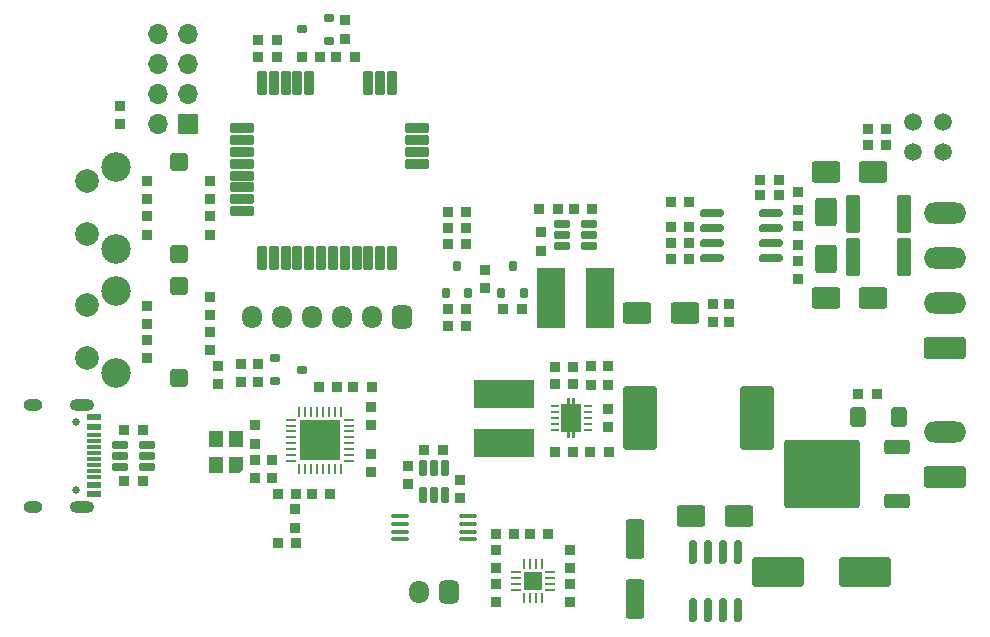
<source format=gts>
G04 #@! TF.GenerationSoftware,KiCad,Pcbnew,8.0.2-8.0.2-0~ubuntu23.10.1*
G04 #@! TF.CreationDate,2024-05-02T10:41:37+07:00*
G04 #@! TF.ProjectId,Node_RS485,4e6f6465-5f52-4533-9438-352e6b696361,rev?*
G04 #@! TF.SameCoordinates,Original*
G04 #@! TF.FileFunction,Soldermask,Top*
G04 #@! TF.FilePolarity,Negative*
%FSLAX46Y46*%
G04 Gerber Fmt 4.6, Leading zero omitted, Abs format (unit mm)*
G04 Created by KiCad (PCBNEW 8.0.2-8.0.2-0~ubuntu23.10.1) date 2024-05-02 10:41:37*
%MOMM*%
%LPD*%
G01*
G04 APERTURE LIST*
G04 Aperture macros list*
%AMRoundRect*
0 Rectangle with rounded corners*
0 $1 Rounding radius*
0 $2 $3 $4 $5 $6 $7 $8 $9 X,Y pos of 4 corners*
0 Add a 4 corners polygon primitive as box body*
4,1,4,$2,$3,$4,$5,$6,$7,$8,$9,$2,$3,0*
0 Add four circle primitives for the rounded corners*
1,1,$1+$1,$2,$3*
1,1,$1+$1,$4,$5*
1,1,$1+$1,$6,$7*
1,1,$1+$1,$8,$9*
0 Add four rect primitives between the rounded corners*
20,1,$1+$1,$2,$3,$4,$5,0*
20,1,$1+$1,$4,$5,$6,$7,0*
20,1,$1+$1,$6,$7,$8,$9,0*
20,1,$1+$1,$8,$9,$2,$3,0*%
%AMFreePoly0*
4,1,18,-0.700000,0.540000,-0.695433,0.562961,-0.682426,0.582426,-0.662961,0.595433,-0.640000,0.600000,0.640000,0.600000,0.662961,0.595433,0.682426,0.582426,0.695433,0.562961,0.700000,0.540000,0.700000,-0.540000,0.695433,-0.562961,0.682426,-0.582426,0.662961,-0.595433,0.640000,-0.600000,-0.400000,-0.600000,-0.700000,-0.300000,-0.700000,0.540000,-0.700000,0.540000,$1*%
%AMFreePoly1*
4,1,21,-0.125000,1.200000,0.125000,1.200000,0.125000,1.700000,0.375000,1.700000,0.375000,1.200000,0.825000,1.200000,0.825000,-1.200000,0.375000,-1.200000,0.375000,-1.700000,0.125000,-1.700000,0.125000,-1.200000,-0.125000,-1.200000,-0.125000,-1.700000,-0.375000,-1.700000,-0.375000,-1.200000,-0.825000,-1.200000,-0.825000,1.200000,-0.375000,1.200000,-0.375000,1.700000,-0.125000,1.700000,
-0.125000,1.200000,-0.125000,1.200000,$1*%
G04 Aperture macros list end*
%ADD10RoundRect,0.085000X0.365000X-0.340000X0.365000X0.340000X-0.365000X0.340000X-0.365000X-0.340000X0*%
%ADD11RoundRect,0.085000X-0.365000X0.340000X-0.365000X-0.340000X0.365000X-0.340000X0.365000X0.340000X0*%
%ADD12RoundRect,0.180000X-1.020000X-0.720000X1.020000X-0.720000X1.020000X0.720000X-1.020000X0.720000X0*%
%ADD13RoundRect,0.100000X0.637500X0.100000X-0.637500X0.100000X-0.637500X-0.100000X0.637500X-0.100000X0*%
%ADD14RoundRect,0.085000X0.340000X0.365000X-0.340000X0.365000X-0.340000X-0.365000X0.340000X-0.365000X0*%
%ADD15RoundRect,0.085000X-0.340000X-0.365000X0.340000X-0.365000X0.340000X0.365000X-0.340000X0.365000X0*%
%ADD16RoundRect,0.150000X-0.600000X0.600000X-0.600000X-0.600000X0.600000X-0.600000X0.600000X0.600000X0*%
%ADD17RoundRect,0.112000X-0.448000X-1.538000X0.448000X-1.538000X0.448000X1.538000X-0.448000X1.538000X0*%
%ADD18RoundRect,0.062500X0.062500X-0.375000X0.062500X0.375000X-0.062500X0.375000X-0.062500X-0.375000X0*%
%ADD19RoundRect,0.062500X0.375000X-0.062500X0.375000X0.062500X-0.375000X0.062500X-0.375000X-0.062500X0*%
%ADD20R,3.450000X3.450000*%
%ADD21RoundRect,0.090000X-0.210000X0.885000X-0.210000X-0.885000X0.210000X-0.885000X0.210000X0.885000X0*%
%ADD22RoundRect,0.090000X0.210000X-0.560000X0.210000X0.560000X-0.210000X0.560000X-0.210000X-0.560000X0*%
%ADD23RoundRect,0.102000X-0.350000X0.900000X-0.350000X-0.900000X0.350000X-0.900000X0.350000X0.900000X0*%
%ADD24RoundRect,0.102000X-0.900000X-0.350000X0.900000X-0.350000X0.900000X0.350000X-0.900000X0.350000X0*%
%ADD25FreePoly0,90.000000*%
%ADD26RoundRect,0.060000X0.540000X-0.640000X0.540000X0.640000X-0.540000X0.640000X-0.540000X-0.640000X0*%
%ADD27RoundRect,0.425000X-0.425000X0.550000X-0.425000X-0.550000X0.425000X-0.550000X0.425000X0.550000X0*%
%ADD28O,1.700000X1.950000*%
%ADD29RoundRect,0.180000X-0.720000X1.020000X-0.720000X-1.020000X0.720000X-1.020000X0.720000X1.020000X0*%
%ADD30RoundRect,0.090000X0.360000X0.210000X-0.360000X0.210000X-0.360000X-0.210000X0.360000X-0.210000X0*%
%ADD31RoundRect,0.090000X0.210000X-0.360000X0.210000X0.360000X-0.210000X0.360000X-0.210000X-0.360000X0*%
%ADD32RoundRect,0.250000X-0.550000X1.412500X-0.550000X-1.412500X0.550000X-1.412500X0.550000X1.412500X0*%
%ADD33RoundRect,0.062500X-0.375000X-0.062500X0.375000X-0.062500X0.375000X0.062500X-0.375000X0.062500X0*%
%ADD34RoundRect,0.062500X-0.062500X-0.375000X0.062500X-0.375000X0.062500X0.375000X-0.062500X0.375000X0*%
%ADD35R,1.600000X1.600000*%
%ADD36RoundRect,0.250000X-1.950000X-1.000000X1.950000X-1.000000X1.950000X1.000000X-1.950000X1.000000X0*%
%ADD37RoundRect,0.290000X1.160000X2.410000X-1.160000X2.410000X-1.160000X-2.410000X1.160000X-2.410000X0*%
%ADD38RoundRect,0.250000X1.550000X-0.650000X1.550000X0.650000X-1.550000X0.650000X-1.550000X-0.650000X0*%
%ADD39O,3.600000X1.800000*%
%ADD40RoundRect,0.180000X1.020000X0.720000X-1.020000X0.720000X-1.020000X-0.720000X1.020000X-0.720000X0*%
%ADD41RoundRect,0.090000X-0.885000X-0.210000X0.885000X-0.210000X0.885000X0.210000X-0.885000X0.210000X0*%
%ADD42R,2.350000X5.100000*%
%ADD43C,1.500000*%
%ADD44RoundRect,0.090000X0.560000X0.210000X-0.560000X0.210000X-0.560000X-0.210000X0.560000X-0.210000X0*%
%ADD45R,1.700000X1.700000*%
%ADD46O,1.700000X1.700000*%
%ADD47C,2.000000*%
%ADD48C,2.500000*%
%ADD49RoundRect,0.060000X-0.240000X-0.060000X0.240000X-0.060000X0.240000X0.060000X-0.240000X0.060000X0*%
%ADD50FreePoly1,0.000000*%
%ADD51RoundRect,0.090000X-0.360000X-0.210000X0.360000X-0.210000X0.360000X0.210000X-0.360000X0.210000X0*%
%ADD52RoundRect,0.090000X-0.560000X-0.210000X0.560000X-0.210000X0.560000X0.210000X-0.560000X0.210000X0*%
%ADD53RoundRect,0.250000X0.400000X0.600000X-0.400000X0.600000X-0.400000X-0.600000X0.400000X-0.600000X0*%
%ADD54C,0.650000*%
%ADD55R,1.300000X0.600000*%
%ADD56R,1.300000X0.300000*%
%ADD57O,2.100000X1.000000*%
%ADD58O,1.600000X1.000000*%
%ADD59R,5.100000X2.350000*%
%ADD60RoundRect,0.250000X0.850000X0.350000X-0.850000X0.350000X-0.850000X-0.350000X0.850000X-0.350000X0*%
%ADD61RoundRect,0.249997X2.950003X2.650003X-2.950003X2.650003X-2.950003X-2.650003X2.950003X-2.650003X0*%
G04 APERTURE END LIST*
D10*
X119900000Y-88175000D03*
X119900000Y-86625000D03*
D11*
X130475000Y-110225000D03*
X130475000Y-111775000D03*
D12*
X177387345Y-96550000D03*
X181400000Y-96550000D03*
D13*
X147037500Y-116975000D03*
X147037500Y-116325000D03*
X147037500Y-115675000D03*
X147037500Y-115025000D03*
X141312500Y-115025000D03*
X141312500Y-115675000D03*
X141312500Y-116325000D03*
X141312500Y-116975000D03*
D14*
X154675000Y-89000000D03*
X153125000Y-89000000D03*
X155975000Y-109600000D03*
X154425000Y-109600000D03*
D15*
X171825000Y-86550000D03*
X173375000Y-86550000D03*
D16*
X122600000Y-95500001D03*
X122600000Y-103299999D03*
D17*
X179712500Y-89400000D03*
X183987500Y-89400000D03*
D10*
X149487500Y-119412500D03*
X149487500Y-117862500D03*
D14*
X155975000Y-102400000D03*
X154425000Y-102400000D03*
D15*
X133025000Y-76100000D03*
X134575000Y-76100000D03*
D14*
X181675000Y-104620000D03*
X180125000Y-104620000D03*
D18*
X132794150Y-111019822D03*
X133294150Y-111019822D03*
X133794150Y-111019822D03*
X134294150Y-111019822D03*
X134794150Y-111019822D03*
X135294150Y-111019822D03*
X135794150Y-111019822D03*
X136294150Y-111019822D03*
D19*
X136981650Y-110332322D03*
X136981650Y-109832322D03*
X136981650Y-109332322D03*
X136981650Y-108832322D03*
X136981650Y-108332322D03*
X136981650Y-107832322D03*
X136981650Y-107332322D03*
X136981650Y-106832322D03*
D18*
X136294150Y-106144822D03*
X135794150Y-106144822D03*
X135294150Y-106144822D03*
X134794150Y-106144822D03*
X134294150Y-106144822D03*
X133794150Y-106144822D03*
X133294150Y-106144822D03*
X132794150Y-106144822D03*
D19*
X132106650Y-106832322D03*
X132106650Y-107332322D03*
X132106650Y-107832322D03*
X132106650Y-108332322D03*
X132106650Y-108832322D03*
X132106650Y-109332322D03*
X132106650Y-109832322D03*
X132106650Y-110332322D03*
D20*
X134544150Y-108582322D03*
D15*
X164225000Y-88400000D03*
X165775000Y-88400000D03*
D21*
X169955000Y-118025000D03*
X168685000Y-118025000D03*
X167415000Y-118025000D03*
X166145000Y-118025000D03*
X166145000Y-122975000D03*
X167415000Y-122975000D03*
X168685000Y-122975000D03*
X169955000Y-122975000D03*
D11*
X169200000Y-97025000D03*
X169200000Y-98575000D03*
D10*
X125200000Y-91175000D03*
X125200000Y-89625000D03*
X142000000Y-112275000D03*
X142000000Y-110725000D03*
D14*
X146925000Y-98900000D03*
X145375000Y-98900000D03*
D22*
X143225000Y-113237500D03*
X144175000Y-113237500D03*
X145125000Y-113237500D03*
X145125000Y-110962500D03*
X144175000Y-110962500D03*
X143225000Y-110962500D03*
D23*
X129640000Y-93125000D03*
X130640000Y-93125000D03*
X131640000Y-93125000D03*
X132640000Y-93125000D03*
X133640000Y-93125000D03*
X134640000Y-93125000D03*
X135640000Y-93125000D03*
X136640000Y-93125000D03*
X137640000Y-93125000D03*
X138640000Y-93125000D03*
X139640000Y-93125000D03*
X140640000Y-93125000D03*
D24*
X142775000Y-85170000D03*
X142775000Y-84170000D03*
X142775000Y-83170000D03*
X142775000Y-82170000D03*
D23*
X140640000Y-78325000D03*
X139640000Y-78325000D03*
X138640000Y-78325000D03*
X133640000Y-78325000D03*
X132640000Y-78325000D03*
X131640000Y-78325000D03*
X130640000Y-78325000D03*
X129640000Y-78325000D03*
D24*
X127975000Y-82170000D03*
X127975000Y-83170000D03*
X127975000Y-84170000D03*
X127975000Y-85170000D03*
X127975000Y-86170000D03*
X127975000Y-87170000D03*
X127975000Y-88170000D03*
X127975000Y-89170000D03*
D25*
X127425000Y-110650000D03*
D26*
X127425000Y-108450000D03*
X125725000Y-108450000D03*
X125725000Y-110650000D03*
D10*
X149487500Y-122312500D03*
X149487500Y-120762500D03*
X136700000Y-74575000D03*
X136700000Y-73025000D03*
D15*
X117975000Y-107750000D03*
X119525000Y-107750000D03*
D27*
X145450000Y-121450000D03*
D28*
X142910000Y-121450000D03*
D15*
X164225000Y-91900000D03*
X165775000Y-91900000D03*
X145375000Y-97500000D03*
X146925000Y-97500000D03*
D11*
X138850000Y-105725000D03*
X138850000Y-107275000D03*
D29*
X177350000Y-89237345D03*
X177350000Y-93250000D03*
D14*
X150962500Y-116537500D03*
X149412500Y-116537500D03*
X165775000Y-90550000D03*
X164225000Y-90550000D03*
D30*
X135337500Y-74750000D03*
X135337500Y-72850000D03*
X133062500Y-73800000D03*
D15*
X145375000Y-90600000D03*
X146925000Y-90600000D03*
D10*
X125200000Y-88175000D03*
X125200000Y-86625000D03*
X153250000Y-92525000D03*
X153250000Y-90975000D03*
D31*
X145200000Y-96137500D03*
X147100000Y-96137500D03*
X146150000Y-93862500D03*
D14*
X132500000Y-113100000D03*
X130950000Y-113100000D03*
D10*
X129025000Y-111775000D03*
X129025000Y-110225000D03*
D32*
X161200000Y-116912500D03*
X161200000Y-121987500D03*
D33*
X151162500Y-119737500D03*
X151162500Y-120237500D03*
X151162500Y-120737500D03*
X151162500Y-121237500D03*
D34*
X151850000Y-121925000D03*
X152350000Y-121925000D03*
X152850000Y-121925000D03*
X153350000Y-121925000D03*
D33*
X154037500Y-121237500D03*
X154037500Y-120737500D03*
X154037500Y-120237500D03*
X154037500Y-119737500D03*
D34*
X153350000Y-119050000D03*
X152850000Y-119050000D03*
X152350000Y-119050000D03*
X151850000Y-119050000D03*
D35*
X152600000Y-120487500D03*
D15*
X137375000Y-104100000D03*
X138925000Y-104100000D03*
D11*
X158900000Y-105925000D03*
X158900000Y-107475000D03*
X125900000Y-102275000D03*
X125900000Y-103825000D03*
D36*
X173300000Y-119700000D03*
X180700000Y-119700000D03*
D37*
X171550000Y-106700000D03*
X161650000Y-106700000D03*
D16*
X122600000Y-85000001D03*
X122600000Y-92799999D03*
D38*
X187500000Y-111700000D03*
D39*
X187500000Y-107890000D03*
D17*
X179712500Y-93100000D03*
X183987500Y-93100000D03*
D11*
X129025000Y-107325000D03*
X129025000Y-108875000D03*
D10*
X155687500Y-119412500D03*
X155687500Y-117862500D03*
D15*
X164225000Y-93250000D03*
X165775000Y-93250000D03*
D40*
X165450000Y-97800000D03*
X161400000Y-97800000D03*
D14*
X132500000Y-117300000D03*
X130950000Y-117300000D03*
D41*
X167750000Y-89360000D03*
X167750000Y-90630000D03*
X167750000Y-91900000D03*
X167750000Y-93170000D03*
X172700000Y-93170000D03*
X172700000Y-91900000D03*
X172700000Y-90630000D03*
X172700000Y-89360000D03*
D10*
X117650000Y-81825000D03*
X117650000Y-80275000D03*
X127900000Y-103675000D03*
X127900000Y-102125000D03*
D42*
X154075000Y-96550000D03*
X158225000Y-96550000D03*
D43*
X187275000Y-84170000D03*
X187275000Y-81630000D03*
X184735000Y-84170000D03*
X184735000Y-81630000D03*
D44*
X157287500Y-92150000D03*
X157287500Y-91200000D03*
X157287500Y-90250000D03*
X155012500Y-90250000D03*
X155012500Y-91200000D03*
X155012500Y-92150000D03*
D45*
X123400000Y-81840000D03*
D46*
X120860000Y-81840000D03*
X123400000Y-79300000D03*
X120860000Y-79300000D03*
X123400000Y-76760000D03*
X120860000Y-76760000D03*
X123400000Y-74220000D03*
X120860000Y-74220000D03*
D10*
X119900000Y-101625000D03*
X119900000Y-100075000D03*
X125200000Y-97975000D03*
X125200000Y-96425000D03*
D14*
X136025000Y-104100000D03*
X134475000Y-104100000D03*
D15*
X117975000Y-112050000D03*
X119525000Y-112050000D03*
D14*
X151625000Y-97500000D03*
X150075000Y-97500000D03*
D10*
X157500000Y-103875000D03*
X157500000Y-102325000D03*
D14*
X137475000Y-76100000D03*
X135925000Y-76100000D03*
D10*
X119900000Y-98725000D03*
X119900000Y-97175000D03*
D47*
X114800000Y-86650000D03*
X114800000Y-91150000D03*
D48*
X117300000Y-85400000D03*
X117300000Y-92400000D03*
D11*
X138850000Y-109725000D03*
X138850000Y-111275000D03*
D15*
X129325000Y-74700000D03*
X130875000Y-74700000D03*
D49*
X154425000Y-105700000D03*
X154425000Y-106200000D03*
X154425000Y-106700000D03*
X154425000Y-107200000D03*
X154425000Y-107700000D03*
X157225000Y-107700000D03*
X157225000Y-107200000D03*
X157225000Y-106700000D03*
X157225000Y-106200000D03*
X157225000Y-105700000D03*
D50*
X155825000Y-106700000D03*
D51*
X130712500Y-101650000D03*
X130712500Y-103550000D03*
X132987501Y-102600000D03*
D14*
X146925000Y-91950000D03*
X145375000Y-91950000D03*
D31*
X149900000Y-96137500D03*
X151800000Y-96137500D03*
X150850000Y-93862500D03*
D52*
X117612500Y-108950000D03*
X117612500Y-109900000D03*
X117612500Y-110850000D03*
X119887500Y-110850000D03*
X119887500Y-109900000D03*
X119887500Y-108950000D03*
D14*
X182475000Y-83600000D03*
X180925000Y-83600000D03*
D47*
X114800000Y-97150000D03*
X114800000Y-101650000D03*
D48*
X117300000Y-95900000D03*
X117300000Y-102900000D03*
D11*
X167850000Y-97025000D03*
X167850000Y-98575000D03*
D15*
X129325000Y-76100000D03*
X130875000Y-76100000D03*
D10*
X119900000Y-91175000D03*
X119900000Y-89625000D03*
X132425000Y-115975000D03*
X132425000Y-114425000D03*
D40*
X181362655Y-85900000D03*
X177350000Y-85900000D03*
D14*
X146925000Y-89250000D03*
X145375000Y-89250000D03*
X182475000Y-82200000D03*
X180925000Y-82200000D03*
D10*
X155687500Y-122312500D03*
X155687500Y-120762500D03*
D15*
X152312500Y-116537500D03*
X153862500Y-116537500D03*
D10*
X146375000Y-113475000D03*
X146375000Y-111925000D03*
D53*
X183590000Y-106570000D03*
X180090000Y-106570000D03*
D10*
X129300000Y-103675000D03*
X129300000Y-102125000D03*
D38*
X187500000Y-100730000D03*
D39*
X187500000Y-96920000D03*
X187500000Y-93110000D03*
X187500000Y-89300000D03*
D14*
X155975000Y-103800000D03*
X154425000Y-103800000D03*
D54*
X113900000Y-107010000D03*
X113900000Y-112790000D03*
D55*
X115425000Y-106650000D03*
X115425000Y-107450000D03*
D56*
X115425000Y-108650000D03*
X115425000Y-109650000D03*
X115425000Y-110150000D03*
X115425000Y-111150000D03*
D55*
X115425000Y-112350000D03*
X115425000Y-113150000D03*
X115425000Y-113150000D03*
X115425000Y-112350000D03*
D56*
X115425000Y-111650000D03*
X115425000Y-110650000D03*
X115425000Y-109150000D03*
X115425000Y-108150000D03*
D55*
X115425000Y-107450000D03*
X115425000Y-106650000D03*
D57*
X114430000Y-105580000D03*
D58*
X110250000Y-105580000D03*
D57*
X114430000Y-114220000D03*
D58*
X110250000Y-114220000D03*
D14*
X157575000Y-89000000D03*
X156025000Y-89000000D03*
D40*
X170000000Y-115000000D03*
X165950000Y-115000000D03*
D14*
X144925000Y-109400000D03*
X143375000Y-109400000D03*
D11*
X175000000Y-90475000D03*
X175000000Y-92025000D03*
D15*
X157425000Y-109600000D03*
X158975000Y-109600000D03*
X171825000Y-87850000D03*
X173375000Y-87850000D03*
X133850000Y-113100000D03*
X135400000Y-113100000D03*
D11*
X175000000Y-93375000D03*
X175000000Y-94925000D03*
D59*
X150100000Y-104625000D03*
X150100000Y-108775000D03*
D60*
X183390000Y-113730000D03*
D61*
X177090000Y-111450000D03*
D60*
X183390000Y-109170000D03*
D11*
X158900000Y-102325000D03*
X158900000Y-103875000D03*
X148500000Y-94175000D03*
X148500000Y-95725000D03*
X175000000Y-87575000D03*
X175000000Y-89125000D03*
D10*
X125200000Y-100975000D03*
X125200000Y-99425000D03*
D27*
X141505000Y-98100000D03*
D28*
X138965000Y-98100000D03*
X136425000Y-98100000D03*
X133885000Y-98100000D03*
X131345000Y-98100000D03*
X128805000Y-98100000D03*
M02*

</source>
